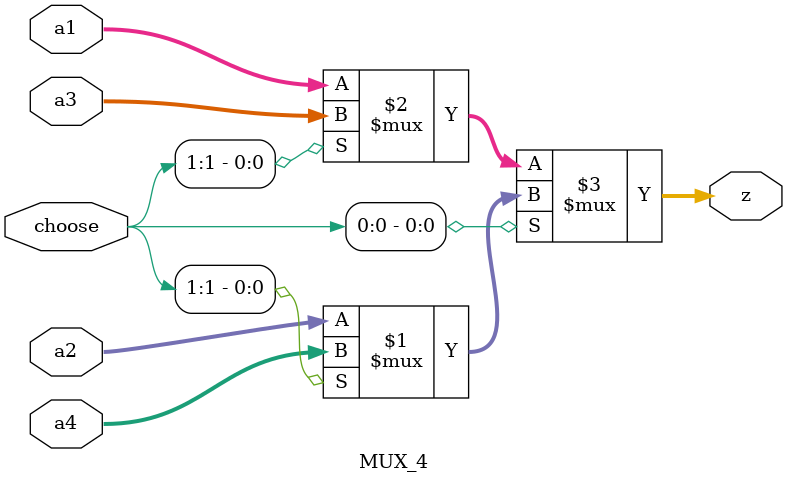
<source format=v>
`timescale 1ns / 1ps


module MUX_4(
    input [31:0]a1,
    input [31:0]a2,
    input [31:0]a3,
    input [31:0]a4,
    input [1:0]choose,
    output [31:0]z
    );

    assign z=(choose[0])?(choose[1]?a4:a2):(choose[1]?a3:a1);

endmodule

</source>
